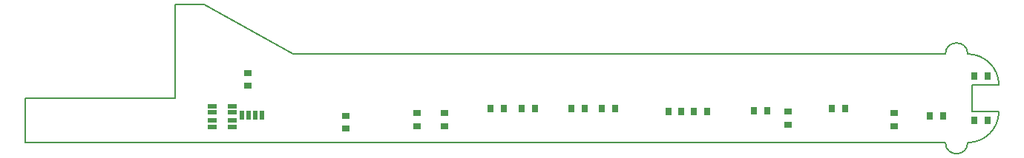
<source format=gbp>
%FSLAX23Y23*%
%MOIN*%
G70*
G01*
G75*
G04 Layer_Color=128*
%ADD10R,0.028X0.035*%
%ADD11R,0.063X0.016*%
%ADD12R,0.014X0.063*%
%ADD13O,0.055X0.018*%
%ADD14R,0.035X0.031*%
%ADD15C,0.015*%
%ADD16C,0.020*%
%ADD17C,0.007*%
%ADD18C,0.005*%
%ADD19C,0.059*%
%ADD20C,0.100*%
%ADD21R,0.059X0.059*%
%ADD22C,0.029*%
%ADD23R,0.039X0.020*%
%ADD24R,0.020X0.039*%
%ADD25R,0.035X0.028*%
%ADD26C,0.010*%
%ADD27C,0.024*%
%ADD28C,0.010*%
%ADD29C,0.008*%
%ADD30R,0.030X0.037*%
%ADD31R,0.065X0.018*%
%ADD32R,0.016X0.065*%
%ADD33O,0.057X0.020*%
%ADD34R,0.037X0.033*%
%ADD35C,0.061*%
%ADD36C,0.102*%
%ADD37R,0.061X0.061*%
%ADD38R,0.041X0.022*%
%ADD39R,0.022X0.041*%
%ADD40R,0.037X0.030*%
D10*
X5490Y3900D02*
D03*
X5550D02*
D03*
X5490Y4100D02*
D03*
X5550D02*
D03*
X3455Y3955D02*
D03*
X3515D02*
D03*
X3740Y3955D02*
D03*
X3680D02*
D03*
X3375D02*
D03*
X3315D02*
D03*
X4909Y3954D02*
D03*
X4850D02*
D03*
X4230Y3940D02*
D03*
X4290D02*
D03*
X3815Y3955D02*
D03*
X3875D02*
D03*
X4174Y3940D02*
D03*
X4115D02*
D03*
X5350Y3920D02*
D03*
X5290D02*
D03*
X4560Y3945D02*
D03*
X4500D02*
D03*
D14*
X2225Y4057D02*
D03*
Y4113D02*
D03*
D18*
X5460Y4200D02*
G03*
X5360Y4200I-50J0D01*
G01*
X5600Y4060D02*
G03*
X5460Y4200I-140J0D01*
G01*
X5360Y3800D02*
G03*
X5460Y3800I50J0D01*
G01*
D02*
G03*
X5600Y3940I0J140D01*
G01*
X1900Y4000D02*
Y4425D01*
X2430Y4200D02*
X5360D01*
X5480Y4060D02*
X5600D01*
X1225Y4000D02*
X1900D01*
X2030Y4425D02*
X2430Y4200D01*
X5480Y3940D02*
X5600D01*
X1225Y3800D02*
Y4000D01*
X1900Y4425D02*
X2030D01*
X5480Y3940D02*
Y4060D01*
X1225Y3800D02*
X5360D01*
D23*
X2065Y3964D02*
D03*
Y3936D02*
D03*
Y3871D02*
D03*
Y3899D02*
D03*
X2155Y3964D02*
D03*
Y3936D02*
D03*
Y3871D02*
D03*
Y3899D02*
D03*
D24*
X2201Y3925D02*
D03*
X2229D02*
D03*
X2289D02*
D03*
X2261D02*
D03*
D25*
X3110Y3875D02*
D03*
Y3935D02*
D03*
X2665Y3863D02*
D03*
Y3922D02*
D03*
X4654Y3880D02*
D03*
Y3939D02*
D03*
X5130Y3875D02*
D03*
Y3935D02*
D03*
X2985Y3875D02*
D03*
Y3935D02*
D03*
M02*

</source>
